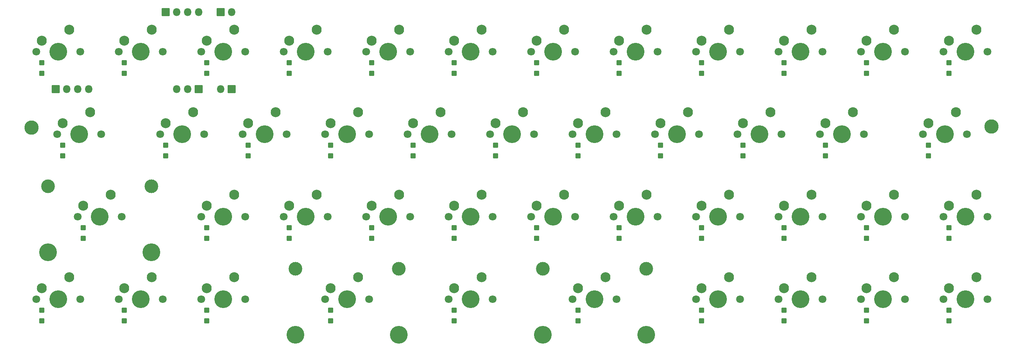
<source format=gbs>
G04 #@! TF.GenerationSoftware,KiCad,Pcbnew,(6.0.2-0)*
G04 #@! TF.CreationDate,2022-06-21T21:38:28+10:00*
G04 #@! TF.ProjectId,keyboard-with-attached-pico,6b657962-6f61-4726-942d-776974682d61,1.01*
G04 #@! TF.SameCoordinates,Original*
G04 #@! TF.FileFunction,Soldermask,Bot*
G04 #@! TF.FilePolarity,Negative*
%FSLAX46Y46*%
G04 Gerber Fmt 4.6, Leading zero omitted, Abs format (unit mm)*
G04 Created by KiCad (PCBNEW (6.0.2-0)) date 2022-06-21 21:38:28*
%MOMM*%
%LPD*%
G01*
G04 APERTURE LIST*
G04 Aperture macros list*
%AMRoundRect*
0 Rectangle with rounded corners*
0 $1 Rounding radius*
0 $2 $3 $4 $5 $6 $7 $8 $9 X,Y pos of 4 corners*
0 Add a 4 corners polygon primitive as box body*
4,1,4,$2,$3,$4,$5,$6,$7,$8,$9,$2,$3,0*
0 Add four circle primitives for the rounded corners*
1,1,$1+$1,$2,$3*
1,1,$1+$1,$4,$5*
1,1,$1+$1,$6,$7*
1,1,$1+$1,$8,$9*
0 Add four rect primitives between the rounded corners*
20,1,$1+$1,$2,$3,$4,$5,0*
20,1,$1+$1,$4,$5,$6,$7,0*
20,1,$1+$1,$6,$7,$8,$9,0*
20,1,$1+$1,$8,$9,$2,$3,0*%
G04 Aperture macros list end*
%ADD10C,1.802000*%
%ADD11C,4.102000*%
%ADD12C,2.302000*%
%ADD13C,3.302000*%
%ADD14RoundRect,0.051000X0.850000X-0.850000X0.850000X0.850000X-0.850000X0.850000X-0.850000X-0.850000X0*%
%ADD15O,1.802000X1.802000*%
%ADD16C,3.152000*%
%ADD17RoundRect,0.051000X-0.850000X0.850000X-0.850000X-0.850000X0.850000X-0.850000X0.850000X0.850000X0*%
%ADD18RoundRect,0.051000X0.500000X-0.500000X0.500000X0.500000X-0.500000X0.500000X-0.500000X-0.500000X0*%
G04 APERTURE END LIST*
D10*
X102235000Y-124920000D03*
D11*
X107315000Y-124920000D03*
D10*
X112395000Y-124920000D03*
D12*
X109855000Y-119840000D03*
X103505000Y-122380000D03*
D13*
X101092000Y-142494000D03*
X322834000Y-142240000D03*
D10*
X131445000Y-124920000D03*
D11*
X126365000Y-124920000D03*
D10*
X121285000Y-124920000D03*
D12*
X128905000Y-119840000D03*
X122555000Y-122380000D03*
D14*
X144780000Y-115824000D03*
D15*
X147320000Y-115824000D03*
D10*
X311785000Y-124920000D03*
X321945000Y-124920000D03*
D11*
X316865000Y-124920000D03*
D12*
X319405000Y-119840000D03*
X313055000Y-122380000D03*
D10*
X187960000Y-143970000D03*
D11*
X193040000Y-143970000D03*
D10*
X198120000Y-143970000D03*
D12*
X195580000Y-138890000D03*
X189230000Y-141430000D03*
D10*
X255270000Y-143970000D03*
X245110000Y-143970000D03*
D11*
X250190000Y-143970000D03*
D12*
X252730000Y-138890000D03*
X246380000Y-141430000D03*
D10*
X292735000Y-163020000D03*
D11*
X297815000Y-163020000D03*
D10*
X302895000Y-163020000D03*
D12*
X300355000Y-157940000D03*
X294005000Y-160480000D03*
D11*
X297815000Y-124920000D03*
D10*
X292735000Y-124920000D03*
X302895000Y-124920000D03*
D12*
X300355000Y-119840000D03*
X294005000Y-122380000D03*
D10*
X178435000Y-124920000D03*
X188595000Y-124920000D03*
D11*
X183515000Y-124920000D03*
D12*
X186055000Y-119840000D03*
X179705000Y-122380000D03*
D10*
X254635000Y-163020000D03*
X264795000Y-163020000D03*
D11*
X259715000Y-163020000D03*
D12*
X262255000Y-157940000D03*
X255905000Y-160480000D03*
D10*
X197485000Y-163020000D03*
X207645000Y-163020000D03*
D11*
X202565000Y-163020000D03*
D12*
X205105000Y-157940000D03*
X198755000Y-160480000D03*
D10*
X274320000Y-143970000D03*
X264160000Y-143970000D03*
D11*
X269240000Y-143970000D03*
D12*
X271780000Y-138890000D03*
X265430000Y-141430000D03*
D10*
X226060000Y-182070000D03*
D11*
X243040000Y-190310000D03*
D16*
X243040000Y-175070000D03*
D11*
X231140000Y-182070000D03*
D10*
X236220000Y-182070000D03*
D16*
X219240000Y-175070000D03*
D11*
X219240000Y-190310000D03*
D12*
X233680000Y-176990000D03*
X227330000Y-179530000D03*
D10*
X283845000Y-124920000D03*
X273685000Y-124920000D03*
D11*
X278765000Y-124920000D03*
D12*
X281305000Y-119840000D03*
X274955000Y-122380000D03*
D11*
X231140000Y-143970000D03*
D10*
X236220000Y-143970000D03*
X226060000Y-143970000D03*
D12*
X233680000Y-138890000D03*
X227330000Y-141430000D03*
D10*
X179070000Y-143970000D03*
X168910000Y-143970000D03*
D11*
X173990000Y-143970000D03*
D12*
X176530000Y-138890000D03*
X170180000Y-141430000D03*
D11*
X135890000Y-143970000D03*
D10*
X130810000Y-143970000D03*
X140970000Y-143970000D03*
D12*
X138430000Y-138890000D03*
X132080000Y-141430000D03*
D14*
X132080000Y-115824000D03*
D15*
X134620000Y-115824000D03*
X137160000Y-115824000D03*
X139700000Y-115824000D03*
D11*
X112077500Y-143970000D03*
D10*
X106997500Y-143970000D03*
X117157500Y-143970000D03*
D12*
X114617500Y-138890000D03*
X108267500Y-141430000D03*
D11*
X183515000Y-163020000D03*
D10*
X188595000Y-163020000D03*
X178435000Y-163020000D03*
D12*
X186055000Y-157940000D03*
X179705000Y-160480000D03*
D11*
X278765000Y-182070000D03*
D10*
X273685000Y-182070000D03*
X283845000Y-182070000D03*
D12*
X281305000Y-176990000D03*
X274955000Y-179530000D03*
D10*
X150495000Y-124920000D03*
D11*
X145415000Y-124920000D03*
D10*
X140335000Y-124920000D03*
D12*
X147955000Y-119840000D03*
X141605000Y-122380000D03*
D10*
X169545000Y-124920000D03*
D11*
X164465000Y-124920000D03*
D10*
X159385000Y-124920000D03*
D12*
X167005000Y-119840000D03*
X160655000Y-122380000D03*
D11*
X212090000Y-143970000D03*
D10*
X217170000Y-143970000D03*
X207010000Y-143970000D03*
D12*
X214630000Y-138890000D03*
X208280000Y-141430000D03*
D10*
X150495000Y-163020000D03*
X140335000Y-163020000D03*
D11*
X145415000Y-163020000D03*
D12*
X147955000Y-157940000D03*
X141605000Y-160480000D03*
D10*
X283210000Y-143970000D03*
X293370000Y-143970000D03*
D11*
X288290000Y-143970000D03*
D12*
X290830000Y-138890000D03*
X284480000Y-141430000D03*
D10*
X149860000Y-143970000D03*
X160020000Y-143970000D03*
D11*
X154940000Y-143970000D03*
D12*
X157480000Y-138890000D03*
X151130000Y-141430000D03*
D10*
X121920000Y-163020000D03*
D11*
X116840000Y-163020000D03*
D16*
X128740000Y-156020000D03*
X104940000Y-156020000D03*
D11*
X104940000Y-171260000D03*
X128740000Y-171260000D03*
D10*
X111760000Y-163020000D03*
D12*
X119380000Y-157940000D03*
X113030000Y-160480000D03*
D17*
X139700000Y-133604000D03*
D15*
X137160000Y-133604000D03*
X134620000Y-133604000D03*
D11*
X240665000Y-124920000D03*
D10*
X235585000Y-124920000D03*
X245745000Y-124920000D03*
D12*
X243205000Y-119840000D03*
X236855000Y-122380000D03*
D10*
X216535000Y-163020000D03*
X226695000Y-163020000D03*
D11*
X221615000Y-163020000D03*
D12*
X224155000Y-157940000D03*
X217805000Y-160480000D03*
D11*
X316865000Y-182070000D03*
D10*
X311785000Y-182070000D03*
X321945000Y-182070000D03*
D12*
X319405000Y-176990000D03*
X313055000Y-179530000D03*
D11*
X259715000Y-124920000D03*
D10*
X254635000Y-124920000D03*
X264795000Y-124920000D03*
D12*
X262255000Y-119840000D03*
X255905000Y-122380000D03*
D10*
X321945000Y-163020000D03*
X311785000Y-163020000D03*
D11*
X316865000Y-163020000D03*
D12*
X319405000Y-157940000D03*
X313055000Y-160480000D03*
D10*
X197485000Y-124920000D03*
D11*
X202565000Y-124920000D03*
D10*
X207645000Y-124920000D03*
D12*
X205105000Y-119840000D03*
X198755000Y-122380000D03*
D17*
X147320000Y-133604000D03*
D15*
X144780000Y-133604000D03*
D10*
X159385000Y-163020000D03*
X169545000Y-163020000D03*
D11*
X164465000Y-163020000D03*
D12*
X167005000Y-157940000D03*
X160655000Y-160480000D03*
D10*
X150495000Y-182070000D03*
D11*
X145415000Y-182070000D03*
D10*
X140335000Y-182070000D03*
D12*
X147955000Y-176990000D03*
X141605000Y-179530000D03*
D10*
X317182500Y-143970000D03*
D11*
X312102500Y-143970000D03*
D10*
X307022500Y-143970000D03*
D12*
X314642500Y-138890000D03*
X308292500Y-141430000D03*
D10*
X235585000Y-163020000D03*
X245745000Y-163020000D03*
D11*
X240665000Y-163020000D03*
D12*
X243205000Y-157940000D03*
X236855000Y-160480000D03*
D10*
X283845000Y-163020000D03*
D11*
X278765000Y-163020000D03*
D10*
X273685000Y-163020000D03*
D12*
X281305000Y-157940000D03*
X274955000Y-160480000D03*
D11*
X202565000Y-182070000D03*
D10*
X197485000Y-182070000D03*
X207645000Y-182070000D03*
D12*
X205105000Y-176990000D03*
X198755000Y-179530000D03*
D10*
X254635000Y-182070000D03*
X264795000Y-182070000D03*
D11*
X259715000Y-182070000D03*
D12*
X262255000Y-176990000D03*
X255905000Y-179530000D03*
D10*
X302895000Y-182070000D03*
D11*
X297815000Y-182070000D03*
D10*
X292735000Y-182070000D03*
D12*
X300355000Y-176990000D03*
X294005000Y-179530000D03*
D10*
X112395000Y-182070000D03*
X102235000Y-182070000D03*
D11*
X107315000Y-182070000D03*
D12*
X109855000Y-176990000D03*
X103505000Y-179530000D03*
D11*
X173990000Y-182070000D03*
D16*
X185890000Y-175070000D03*
X162090000Y-175070000D03*
D10*
X168910000Y-182070000D03*
D11*
X162090000Y-190310000D03*
X185890000Y-190310000D03*
D10*
X179070000Y-182070000D03*
D12*
X176530000Y-176990000D03*
X170180000Y-179530000D03*
D11*
X126365000Y-182070000D03*
D10*
X131445000Y-182070000D03*
X121285000Y-182070000D03*
D12*
X128905000Y-176990000D03*
X122555000Y-179530000D03*
D11*
X221615000Y-124920000D03*
D10*
X216535000Y-124920000D03*
X226695000Y-124920000D03*
D12*
X224155000Y-119840000D03*
X217805000Y-122380000D03*
D18*
X103505000Y-129980000D03*
X103505000Y-127480000D03*
X208280000Y-149030000D03*
X208280000Y-146530000D03*
X141605000Y-129980000D03*
X141605000Y-127480000D03*
X103505000Y-187130000D03*
X103505000Y-184630000D03*
X274955000Y-168080000D03*
X274955000Y-165580000D03*
X274955000Y-187130000D03*
X274955000Y-184630000D03*
X227330000Y-187130000D03*
X227330000Y-184630000D03*
X236855000Y-129980000D03*
X236855000Y-127480000D03*
X122555000Y-187130000D03*
X122555000Y-184630000D03*
X198755000Y-168080000D03*
X198755000Y-165580000D03*
X284480000Y-149030000D03*
X284480000Y-146530000D03*
X227330000Y-149030000D03*
X227330000Y-146530000D03*
X255905000Y-187130000D03*
X255905000Y-184630000D03*
X313055000Y-168080000D03*
X313055000Y-165580000D03*
X170180000Y-187130000D03*
X170180000Y-184630000D03*
X294005000Y-168080000D03*
X294005000Y-165580000D03*
X198755000Y-129980000D03*
X198755000Y-127480000D03*
X217805000Y-129980000D03*
X217805000Y-127480000D03*
X236855000Y-168080000D03*
X236855000Y-165580000D03*
X255905000Y-129980000D03*
X255905000Y-127480000D03*
X294005000Y-129980000D03*
X294005000Y-127480000D03*
X160655000Y-168080000D03*
X160655000Y-165580000D03*
D17*
X106680000Y-133604000D03*
D15*
X109220000Y-133604000D03*
X111760000Y-133604000D03*
X114300000Y-133604000D03*
D18*
X179705000Y-129980000D03*
X179705000Y-127480000D03*
X294005000Y-187130000D03*
X294005000Y-184630000D03*
X308292500Y-149030000D03*
X308292500Y-146530000D03*
X108267500Y-149030000D03*
X108267500Y-146530000D03*
X217805000Y-168080000D03*
X217805000Y-165580000D03*
X160655000Y-129980000D03*
X160655000Y-127480000D03*
X151130000Y-149030000D03*
X151130000Y-146530000D03*
X274955000Y-129980000D03*
X274955000Y-127480000D03*
X170180000Y-149030000D03*
X170180000Y-146530000D03*
X132080000Y-149030000D03*
X132080000Y-146530000D03*
X255905000Y-168080000D03*
X255905000Y-165580000D03*
X179705000Y-168080000D03*
X179705000Y-165580000D03*
X113030000Y-168080000D03*
X113030000Y-165580000D03*
X265430000Y-149030000D03*
X265430000Y-146530000D03*
X246380000Y-149030000D03*
X246380000Y-146530000D03*
X313055000Y-129980000D03*
X313055000Y-127480000D03*
X313055000Y-187130000D03*
X313055000Y-184630000D03*
X189230000Y-149030000D03*
X189230000Y-146530000D03*
X141605000Y-168080000D03*
X141605000Y-165580000D03*
X122555000Y-129980000D03*
X122555000Y-127480000D03*
X141605000Y-187130000D03*
X141605000Y-184630000D03*
X198755000Y-187130000D03*
X198755000Y-184630000D03*
M02*

</source>
